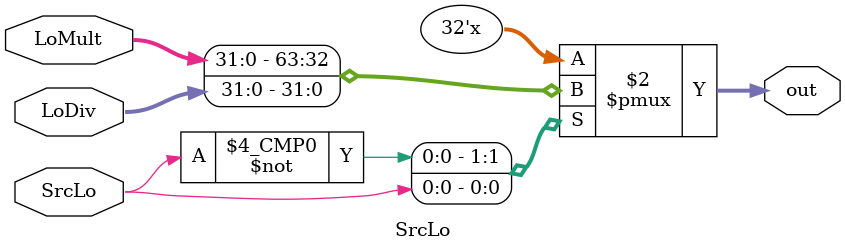
<source format=v>
module SrcLo(SrcLo, LoMult, LoDiv, out);
	
	input SrcLo;
	input [31:0] LoMult;
	input [31:0] LoDiv;
	
	output reg [31:0] out;
	
	always @ (LoMult or LoDiv or SrcLo)
	begin
		case (SrcLo)
			1'b0 : out <= LoMult;
			1'b1 : out <= LoDiv;
		endcase
	end
endmodule

</source>
